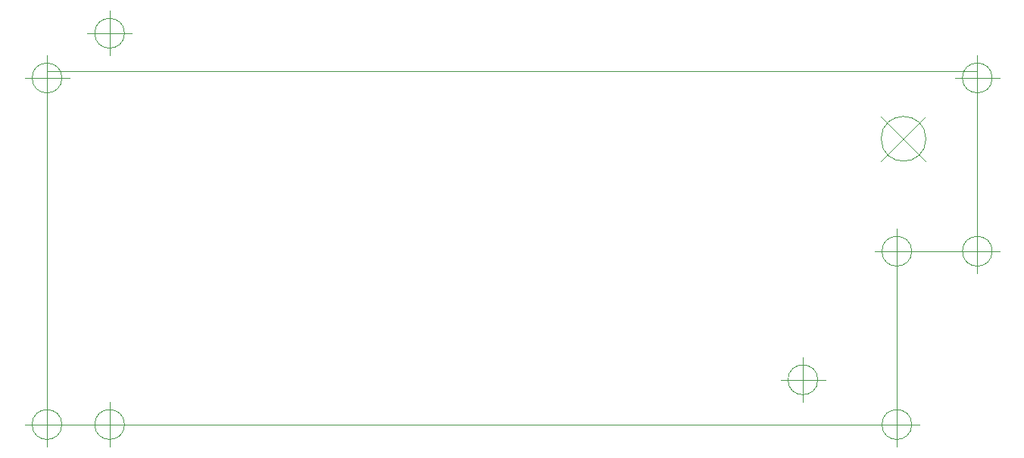
<source format=gbr>
%TF.GenerationSoftware,KiCad,Pcbnew,6.0.4-6f826c9f35~116~ubuntu20.04.1*%
%TF.CreationDate,2022-03-28T20:59:07+02:00*%
%TF.ProjectId,placaCANSAT_V2,706c6163-6143-4414-9e53-41545f56322e,rev?*%
%TF.SameCoordinates,Original*%
%TF.FileFunction,Profile,NP*%
%FSLAX46Y46*%
G04 Gerber Fmt 4.6, Leading zero omitted, Abs format (unit mm)*
G04 Created by KiCad (PCBNEW 6.0.4-6f826c9f35~116~ubuntu20.04.1) date 2022-03-28 20:59:07*
%MOMM*%
%LPD*%
G01*
G04 APERTURE LIST*
%TA.AperFunction,Profile*%
%ADD10C,0.100000*%
%TD*%
%TA.AperFunction,Profile*%
%ADD11C,0.050000*%
%TD*%
G04 APERTURE END LIST*
D10*
X192900000Y-64770000D02*
X192900000Y-84150000D01*
X88900000Y-64000000D02*
X192900000Y-64000000D01*
X88900000Y-103530000D02*
X88900000Y-64770000D01*
X88900000Y-64000000D02*
X88900000Y-64770000D01*
X183900000Y-103530000D02*
X88900000Y-103530000D01*
X192900000Y-64000000D02*
X192900000Y-64770000D01*
D11*
X183900000Y-103530000D02*
X183900000Y-84150000D01*
X183900000Y-84150000D02*
X192900000Y-84150000D01*
X90566666Y-103530000D02*
G75*
G03*
X90566666Y-103530000I-1666666J0D01*
G01*
X86400000Y-103530000D02*
X91400000Y-103530000D01*
X88900000Y-101030000D02*
X88900000Y-106030000D01*
X90566666Y-64770000D02*
G75*
G03*
X90566666Y-64770000I-1666666J0D01*
G01*
X86400000Y-64770000D02*
X91400000Y-64770000D01*
X88900000Y-62270000D02*
X88900000Y-67270000D01*
X185566666Y-84150000D02*
G75*
G03*
X185566666Y-84150000I-1666666J0D01*
G01*
X181400000Y-84150000D02*
X186400000Y-84150000D01*
X183900000Y-81650000D02*
X183900000Y-86650000D01*
X175066666Y-98530000D02*
G75*
G03*
X175066666Y-98530000I-1666666J0D01*
G01*
X170900000Y-98530000D02*
X175900000Y-98530000D01*
X173400000Y-96030000D02*
X173400000Y-101030000D01*
X185566666Y-103530000D02*
G75*
G03*
X185566666Y-103530000I-1666666J0D01*
G01*
X181400000Y-103530000D02*
X186400000Y-103530000D01*
X183900000Y-101030000D02*
X183900000Y-106030000D01*
X194566666Y-84150000D02*
G75*
G03*
X194566666Y-84150000I-1666666J0D01*
G01*
X190400000Y-84150000D02*
X195400000Y-84150000D01*
X192900000Y-81650000D02*
X192900000Y-86650000D01*
X97566666Y-59770000D02*
G75*
G03*
X97566666Y-59770000I-1666666J0D01*
G01*
X93400000Y-59770000D02*
X98400000Y-59770000D01*
X95900000Y-57270000D02*
X95900000Y-62270000D01*
X187150000Y-71570000D02*
G75*
G03*
X187150000Y-71570000I-2500000J0D01*
G01*
X182150000Y-69070000D02*
X187150000Y-74070000D01*
X182150000Y-74070000D02*
X187150000Y-69070000D01*
X194566666Y-64770000D02*
G75*
G03*
X194566666Y-64770000I-1666666J0D01*
G01*
X190400000Y-64770000D02*
X195400000Y-64770000D01*
X192900000Y-62270000D02*
X192900000Y-67270000D01*
X97566666Y-103530000D02*
G75*
G03*
X97566666Y-103530000I-1666666J0D01*
G01*
X93400000Y-103530000D02*
X98400000Y-103530000D01*
X95900000Y-101030000D02*
X95900000Y-106030000D01*
M02*

</source>
